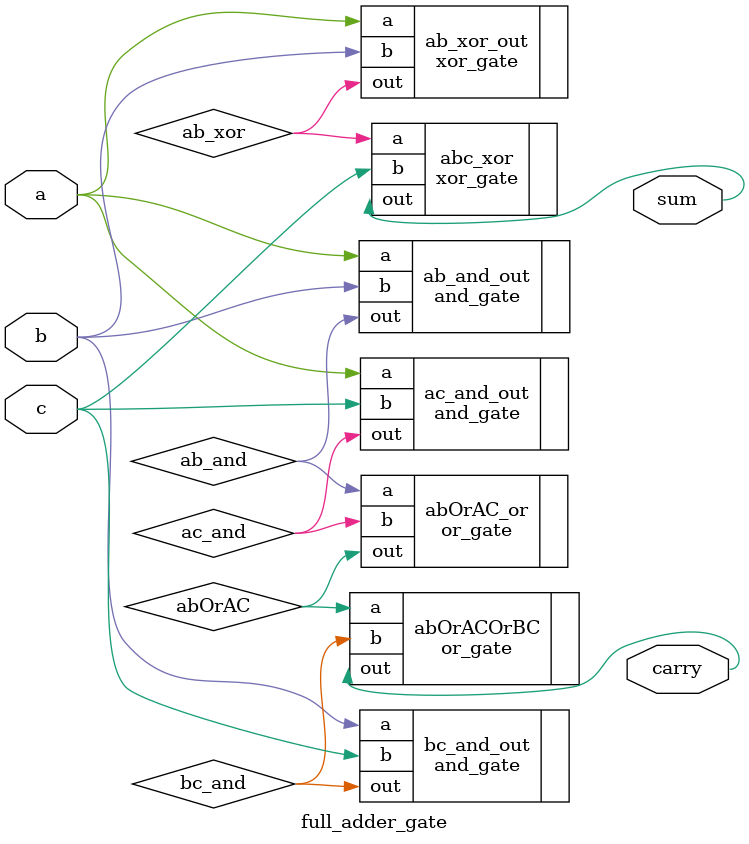
<source format=v>
`include "src/Week1/xor_gate.v"
`include "src/Week1/and_gate.v"
`include "src/Week1/or_gate.v"

module full_adder_gate(
    output wire sum,
    output wire carry,
    input wire a,
    input wire b,
    input wire c
);
    // Simple full adder gate
    // assign sum = a ^ b ^ c; // XOR
    // assign carry = (a & b) | (b & c) | (a & c); // OR

    wire ab_xor;
    xor_gate ab_xor_out(
        .out(ab_xor),
        .a(a),
        .b(b)
    );

    xor_gate abc_xor(
        .out(sum), // sum = a ^ b ^ c
        .a(ab_xor),
        .b(c)
    );

    // A & B, A & C, OR B & C
    wire ab_and, ac_and, bc_and;
    and_gate ab_and_out(
        .out(ab_and),
        .a(a),
        .b(b)
    );
    and_gate ac_and_out(
        .out(ac_and),
        .a(a),
        .b(c)
    );
    and_gate bc_and_out(
        .out(bc_and),
        .a(b),
        .b(c)
    );

    wire abOrAC;
    or_gate abOrAC_or(
        .out(abOrAC),
        .a(ab_and),
        .b(ac_and)
    );

    or_gate abOrACOrBC(
        .out(carry), // carry = (a & b) | (b & c) | (a & c)
        .a(abOrAC),
        .b(bc_and)
    );
endmodule
</source>
